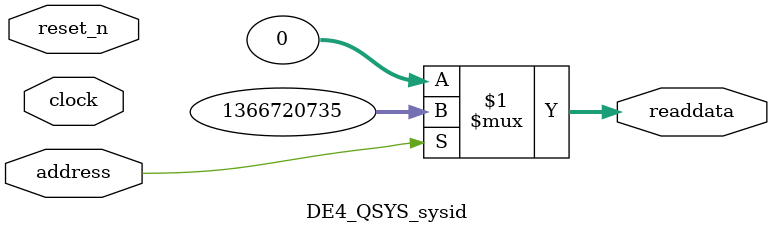
<source format=v>

`timescale 1ns / 1ps
// synthesis translate_on

// turn off superfluous verilog processor warnings 
// altera message_level Level1 
// altera message_off 10034 10035 10036 10037 10230 10240 10030 

module DE4_QSYS_sysid (
               // inputs:
                address,
                clock,
                reset_n,

               // outputs:
                readdata
             )
;

  output  [ 31: 0] readdata;
  input            address;
  input            clock;
  input            reset_n;

  wire    [ 31: 0] readdata;
  //control_slave, which is an e_avalon_slave
  assign readdata = address ? 1366720735 : 0;

endmodule




</source>
